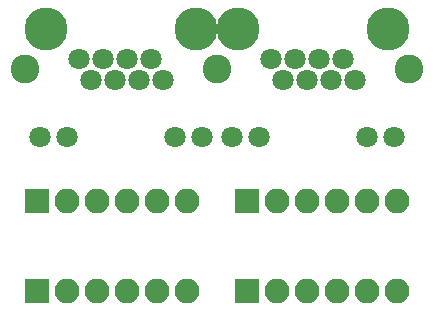
<source format=gbr>
G04 #@! TF.FileFunction,Soldermask,Top*
%FSLAX46Y46*%
G04 Gerber Fmt 4.6, Leading zero omitted, Abs format (unit mm)*
G04 Created by KiCad (PCBNEW 4.0.6) date 12/15/17 17:43:23*
%MOMM*%
%LPD*%
G01*
G04 APERTURE LIST*
%ADD10C,0.101600*%
%ADD11C,1.797000*%
%ADD12C,3.651200*%
%ADD13C,2.432000*%
%ADD14R,2.100000X2.100000*%
%ADD15O,2.100000X2.100000*%
G04 APERTURE END LIST*
D10*
D11*
X127386619Y-94637983D03*
X129672619Y-94637983D03*
X138816619Y-94637983D03*
X141102619Y-94637983D03*
X137800619Y-89811983D03*
X135768619Y-89811983D03*
X133736619Y-89811983D03*
X131704619Y-89811983D03*
X134752619Y-88033983D03*
X132720619Y-88033983D03*
X136784619Y-88033983D03*
X130688619Y-88033983D03*
D12*
X127894619Y-85493983D03*
X140594619Y-85493983D03*
D13*
X126116619Y-88922983D03*
X142372619Y-88922983D03*
D11*
X143642619Y-94625283D03*
X145928619Y-94625283D03*
X155072619Y-94625283D03*
X157358619Y-94625283D03*
X154056619Y-89799283D03*
X152024619Y-89799283D03*
X149992619Y-89799283D03*
X147960619Y-89799283D03*
X151008619Y-88021283D03*
X148976619Y-88021283D03*
X153040619Y-88021283D03*
X146944619Y-88021283D03*
D12*
X144150619Y-85481283D03*
X156850619Y-85481283D03*
D13*
X142372619Y-88910283D03*
X158628619Y-88910283D03*
D14*
X144912619Y-107718983D03*
D15*
X147452619Y-107718983D03*
X149992619Y-107718983D03*
X152532619Y-107718983D03*
X155072619Y-107718983D03*
X157612619Y-107718983D03*
D14*
X127132619Y-107718983D03*
D15*
X129672619Y-107718983D03*
X132212619Y-107718983D03*
X134752619Y-107718983D03*
X137292619Y-107718983D03*
X139832619Y-107718983D03*
D14*
X144912619Y-100098983D03*
D15*
X147452619Y-100098983D03*
X149992619Y-100098983D03*
X152532619Y-100098983D03*
X155072619Y-100098983D03*
X157612619Y-100098983D03*
D14*
X127132619Y-100098983D03*
D15*
X129672619Y-100098983D03*
X132212619Y-100098983D03*
X134752619Y-100098983D03*
X137292619Y-100098983D03*
X139832619Y-100098983D03*
M02*

</source>
